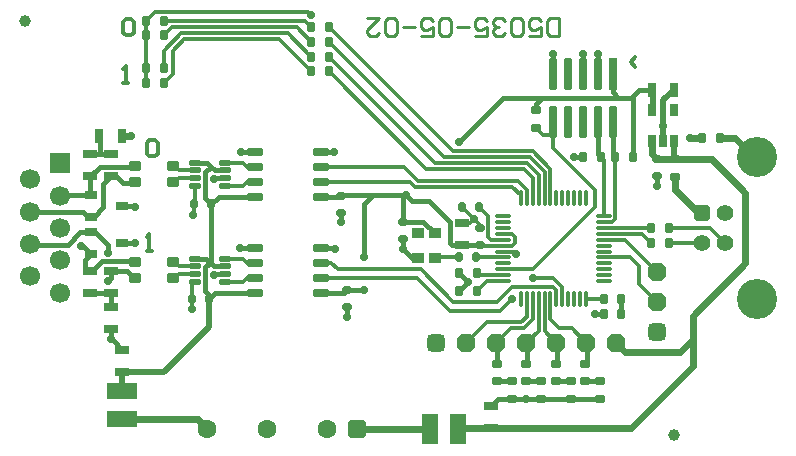
<source format=gtl>
G04*
G04 #@! TF.GenerationSoftware,Altium Limited,Altium Designer,23.2.1 (34)*
G04*
G04 Layer_Physical_Order=1*
G04 Layer_Color=255*
%FSLAX25Y25*%
%MOIN*%
G70*
G04*
G04 #@! TF.SameCoordinates,F4FF07CF-D98B-406E-856D-297B6A820A95*
G04*
G04*
G04 #@! TF.FilePolarity,Positive*
G04*
G01*
G75*
G04:AMPARAMS|DCode=10|XSize=49.21mil|YSize=27.56mil|CornerRadius=2.76mil|HoleSize=0mil|Usage=FLASHONLY|Rotation=0.000|XOffset=0mil|YOffset=0mil|HoleType=Round|Shape=RoundedRectangle|*
%AMROUNDEDRECTD10*
21,1,0.04921,0.02205,0,0,0.0*
21,1,0.04370,0.02756,0,0,0.0*
1,1,0.00551,0.02185,-0.01102*
1,1,0.00551,-0.02185,-0.01102*
1,1,0.00551,-0.02185,0.01102*
1,1,0.00551,0.02185,0.01102*
%
%ADD10ROUNDEDRECTD10*%
%ADD11R,0.02756X0.10630*%
G04:AMPARAMS|DCode=12|XSize=27.56mil|YSize=106.3mil|CornerRadius=4.13mil|HoleSize=0mil|Usage=FLASHONLY|Rotation=180.000|XOffset=0mil|YOffset=0mil|HoleType=Round|Shape=RoundedRectangle|*
%AMROUNDEDRECTD12*
21,1,0.02756,0.09803,0,0,180.0*
21,1,0.01929,0.10630,0,0,180.0*
1,1,0.00827,-0.00965,0.04902*
1,1,0.00827,0.00965,0.04902*
1,1,0.00827,0.00965,-0.04902*
1,1,0.00827,-0.00965,-0.04902*
%
%ADD12ROUNDEDRECTD12*%
G04:AMPARAMS|DCode=13|XSize=33.47mil|YSize=23.62mil|CornerRadius=2.36mil|HoleSize=0mil|Usage=FLASHONLY|Rotation=90.000|XOffset=0mil|YOffset=0mil|HoleType=Round|Shape=RoundedRectangle|*
%AMROUNDEDRECTD13*
21,1,0.03347,0.01890,0,0,90.0*
21,1,0.02874,0.02362,0,0,90.0*
1,1,0.00472,0.00945,0.01437*
1,1,0.00472,0.00945,-0.01437*
1,1,0.00472,-0.00945,-0.01437*
1,1,0.00472,-0.00945,0.01437*
%
%ADD13ROUNDEDRECTD13*%
G04:AMPARAMS|DCode=14|XSize=33.47mil|YSize=23.62mil|CornerRadius=2.36mil|HoleSize=0mil|Usage=FLASHONLY|Rotation=180.000|XOffset=0mil|YOffset=0mil|HoleType=Round|Shape=RoundedRectangle|*
%AMROUNDEDRECTD14*
21,1,0.03347,0.01890,0,0,180.0*
21,1,0.02874,0.02362,0,0,180.0*
1,1,0.00472,-0.01437,0.00945*
1,1,0.00472,0.01437,0.00945*
1,1,0.00472,0.01437,-0.00945*
1,1,0.00472,-0.01437,-0.00945*
%
%ADD14ROUNDEDRECTD14*%
G04:AMPARAMS|DCode=15|XSize=39.37mil|YSize=35.43mil|CornerRadius=3.54mil|HoleSize=0mil|Usage=FLASHONLY|Rotation=0.000|XOffset=0mil|YOffset=0mil|HoleType=Round|Shape=RoundedRectangle|*
%AMROUNDEDRECTD15*
21,1,0.03937,0.02835,0,0,0.0*
21,1,0.03228,0.03543,0,0,0.0*
1,1,0.00709,0.01614,-0.01417*
1,1,0.00709,-0.01614,-0.01417*
1,1,0.00709,-0.01614,0.01417*
1,1,0.00709,0.01614,0.01417*
%
%ADD15ROUNDEDRECTD15*%
G04:AMPARAMS|DCode=16|XSize=11.81mil|YSize=51.18mil|CornerRadius=1.77mil|HoleSize=0mil|Usage=FLASHONLY|Rotation=0.000|XOffset=0mil|YOffset=0mil|HoleType=Round|Shape=RoundedRectangle|*
%AMROUNDEDRECTD16*
21,1,0.01181,0.04764,0,0,0.0*
21,1,0.00827,0.05118,0,0,0.0*
1,1,0.00354,0.00413,-0.02382*
1,1,0.00354,-0.00413,-0.02382*
1,1,0.00354,-0.00413,0.02382*
1,1,0.00354,0.00413,0.02382*
%
%ADD16ROUNDEDRECTD16*%
G04:AMPARAMS|DCode=17|XSize=11.81mil|YSize=51.18mil|CornerRadius=1.77mil|HoleSize=0mil|Usage=FLASHONLY|Rotation=90.000|XOffset=0mil|YOffset=0mil|HoleType=Round|Shape=RoundedRectangle|*
%AMROUNDEDRECTD17*
21,1,0.01181,0.04764,0,0,90.0*
21,1,0.00827,0.05118,0,0,90.0*
1,1,0.00354,0.02382,0.00413*
1,1,0.00354,0.02382,-0.00413*
1,1,0.00354,-0.02382,-0.00413*
1,1,0.00354,-0.02382,0.00413*
%
%ADD17ROUNDEDRECTD17*%
G04:AMPARAMS|DCode=18|XSize=31.5mil|YSize=25.59mil|CornerRadius=6.4mil|HoleSize=0mil|Usage=FLASHONLY|Rotation=270.000|XOffset=0mil|YOffset=0mil|HoleType=Round|Shape=RoundedRectangle|*
%AMROUNDEDRECTD18*
21,1,0.03150,0.01280,0,0,270.0*
21,1,0.01870,0.02559,0,0,270.0*
1,1,0.01280,-0.00640,-0.00935*
1,1,0.01280,-0.00640,0.00935*
1,1,0.01280,0.00640,0.00935*
1,1,0.01280,0.00640,-0.00935*
%
%ADD18ROUNDEDRECTD18*%
G04:AMPARAMS|DCode=19|XSize=31.5mil|YSize=25.59mil|CornerRadius=6.4mil|HoleSize=0mil|Usage=FLASHONLY|Rotation=180.000|XOffset=0mil|YOffset=0mil|HoleType=Round|Shape=RoundedRectangle|*
%AMROUNDEDRECTD19*
21,1,0.03150,0.01280,0,0,180.0*
21,1,0.01870,0.02559,0,0,180.0*
1,1,0.01280,-0.00935,0.00640*
1,1,0.01280,0.00935,0.00640*
1,1,0.01280,0.00935,-0.00640*
1,1,0.01280,-0.00935,-0.00640*
%
%ADD19ROUNDEDRECTD19*%
G04:AMPARAMS|DCode=20|XSize=49.21mil|YSize=27.56mil|CornerRadius=2.76mil|HoleSize=0mil|Usage=FLASHONLY|Rotation=270.000|XOffset=0mil|YOffset=0mil|HoleType=Round|Shape=RoundedRectangle|*
%AMROUNDEDRECTD20*
21,1,0.04921,0.02205,0,0,270.0*
21,1,0.04370,0.02756,0,0,270.0*
1,1,0.00551,-0.01102,-0.02185*
1,1,0.00551,-0.01102,0.02185*
1,1,0.00551,0.01102,0.02185*
1,1,0.00551,0.01102,-0.02185*
%
%ADD20ROUNDEDRECTD20*%
G04:AMPARAMS|DCode=21|XSize=23.62mil|YSize=43.31mil|CornerRadius=2.36mil|HoleSize=0mil|Usage=FLASHONLY|Rotation=180.000|XOffset=0mil|YOffset=0mil|HoleType=Round|Shape=RoundedRectangle|*
%AMROUNDEDRECTD21*
21,1,0.02362,0.03858,0,0,180.0*
21,1,0.01890,0.04331,0,0,180.0*
1,1,0.00472,-0.00945,0.01929*
1,1,0.00472,0.00945,0.01929*
1,1,0.00472,0.00945,-0.01929*
1,1,0.00472,-0.00945,-0.01929*
%
%ADD21ROUNDEDRECTD21*%
G04:AMPARAMS|DCode=22|XSize=55.12mil|YSize=102.36mil|CornerRadius=8.27mil|HoleSize=0mil|Usage=FLASHONLY|Rotation=180.000|XOffset=0mil|YOffset=0mil|HoleType=Round|Shape=RoundedRectangle|*
%AMROUNDEDRECTD22*
21,1,0.05512,0.08583,0,0,180.0*
21,1,0.03858,0.10236,0,0,180.0*
1,1,0.01654,-0.01929,0.04291*
1,1,0.01654,0.01929,0.04291*
1,1,0.01654,0.01929,-0.04291*
1,1,0.01654,-0.01929,-0.04291*
%
%ADD22ROUNDEDRECTD22*%
%ADD23C,0.03937*%
%ADD24R,0.00787X0.00787*%
G04:AMPARAMS|DCode=25|XSize=43.31mil|YSize=31.5mil|CornerRadius=4.72mil|HoleSize=0mil|Usage=FLASHONLY|Rotation=0.000|XOffset=0mil|YOffset=0mil|HoleType=Round|Shape=RoundedRectangle|*
%AMROUNDEDRECTD25*
21,1,0.04331,0.02205,0,0,0.0*
21,1,0.03386,0.03150,0,0,0.0*
1,1,0.00945,0.01693,-0.01102*
1,1,0.00945,-0.01693,-0.01102*
1,1,0.00945,-0.01693,0.01102*
1,1,0.00945,0.01693,0.01102*
%
%ADD25ROUNDEDRECTD25*%
G04:AMPARAMS|DCode=26|XSize=17.32mil|YSize=39.37mil|CornerRadius=2.6mil|HoleSize=0mil|Usage=FLASHONLY|Rotation=270.000|XOffset=0mil|YOffset=0mil|HoleType=Round|Shape=RoundedRectangle|*
%AMROUNDEDRECTD26*
21,1,0.01732,0.03417,0,0,270.0*
21,1,0.01213,0.03937,0,0,270.0*
1,1,0.00520,-0.01709,-0.00606*
1,1,0.00520,-0.01709,0.00606*
1,1,0.00520,0.01709,0.00606*
1,1,0.00520,0.01709,-0.00606*
%
%ADD26ROUNDEDRECTD26*%
G04:AMPARAMS|DCode=27|XSize=23.62mil|YSize=51.18mil|CornerRadius=2.36mil|HoleSize=0mil|Usage=FLASHONLY|Rotation=270.000|XOffset=0mil|YOffset=0mil|HoleType=Round|Shape=RoundedRectangle|*
%AMROUNDEDRECTD27*
21,1,0.02362,0.04646,0,0,270.0*
21,1,0.01890,0.05118,0,0,270.0*
1,1,0.00472,-0.02323,-0.00945*
1,1,0.00472,-0.02323,0.00945*
1,1,0.00472,0.02323,0.00945*
1,1,0.00472,0.02323,-0.00945*
%
%ADD27ROUNDEDRECTD27*%
G04:AMPARAMS|DCode=28|XSize=23.62mil|YSize=43.31mil|CornerRadius=2.36mil|HoleSize=0mil|Usage=FLASHONLY|Rotation=90.000|XOffset=0mil|YOffset=0mil|HoleType=Round|Shape=RoundedRectangle|*
%AMROUNDEDRECTD28*
21,1,0.02362,0.03858,0,0,90.0*
21,1,0.01890,0.04331,0,0,90.0*
1,1,0.00472,0.01929,0.00945*
1,1,0.00472,0.01929,-0.00945*
1,1,0.00472,-0.01929,-0.00945*
1,1,0.00472,-0.01929,0.00945*
%
%ADD28ROUNDEDRECTD28*%
G04:AMPARAMS|DCode=29|XSize=55.12mil|YSize=102.36mil|CornerRadius=8.27mil|HoleSize=0mil|Usage=FLASHONLY|Rotation=90.000|XOffset=0mil|YOffset=0mil|HoleType=Round|Shape=RoundedRectangle|*
%AMROUNDEDRECTD29*
21,1,0.05512,0.08583,0,0,90.0*
21,1,0.03858,0.10236,0,0,90.0*
1,1,0.01654,0.04291,0.01929*
1,1,0.01654,0.04291,-0.01929*
1,1,0.01654,-0.04291,-0.01929*
1,1,0.01654,-0.04291,0.01929*
%
%ADD29ROUNDEDRECTD29*%
%ADD30C,0.01181*%
%ADD66C,0.01575*%
%ADD67C,0.02362*%
%ADD68C,0.01968*%
%ADD69C,0.01200*%
%ADD70C,0.01000*%
%ADD71C,0.06693*%
%ADD72R,0.06693X0.06693*%
G04:AMPARAMS|DCode=73|XSize=59.06mil|YSize=59.06mil|CornerRadius=0mil|HoleSize=0mil|Usage=FLASHONLY|Rotation=0.000|XOffset=0mil|YOffset=0mil|HoleType=Round|Shape=Octagon|*
%AMOCTAGOND73*
4,1,8,0.02953,-0.01476,0.02953,0.01476,0.01476,0.02953,-0.01476,0.02953,-0.02953,0.01476,-0.02953,-0.01476,-0.01476,-0.02953,0.01476,-0.02953,0.02953,-0.01476,0.0*
%
%ADD73OCTAGOND73*%

G04:AMPARAMS|DCode=74|XSize=59.06mil|YSize=59.06mil|CornerRadius=14.76mil|HoleSize=0mil|Usage=FLASHONLY|Rotation=0.000|XOffset=0mil|YOffset=0mil|HoleType=Round|Shape=RoundedRectangle|*
%AMROUNDEDRECTD74*
21,1,0.05906,0.02953,0,0,0.0*
21,1,0.02953,0.05906,0,0,0.0*
1,1,0.02953,0.01476,-0.01476*
1,1,0.02953,-0.01476,-0.01476*
1,1,0.02953,-0.01476,0.01476*
1,1,0.02953,0.01476,0.01476*
%
%ADD74ROUNDEDRECTD74*%
G04:AMPARAMS|DCode=75|XSize=59.06mil|YSize=59.06mil|CornerRadius=0mil|HoleSize=0mil|Usage=FLASHONLY|Rotation=90.000|XOffset=0mil|YOffset=0mil|HoleType=Round|Shape=Octagon|*
%AMOCTAGOND75*
4,1,8,0.01476,0.02953,-0.01476,0.02953,-0.02953,0.01476,-0.02953,-0.01476,-0.01476,-0.02953,0.01476,-0.02953,0.02953,-0.01476,0.02953,0.01476,0.01476,0.02953,0.0*
%
%ADD75OCTAGOND75*%

G04:AMPARAMS|DCode=76|XSize=59.06mil|YSize=59.06mil|CornerRadius=14.76mil|HoleSize=0mil|Usage=FLASHONLY|Rotation=90.000|XOffset=0mil|YOffset=0mil|HoleType=Round|Shape=RoundedRectangle|*
%AMROUNDEDRECTD76*
21,1,0.05906,0.02953,0,0,90.0*
21,1,0.02953,0.05906,0,0,90.0*
1,1,0.02953,0.01476,0.01476*
1,1,0.02953,0.01476,-0.01476*
1,1,0.02953,-0.01476,-0.01476*
1,1,0.02953,-0.01476,0.01476*
%
%ADD76ROUNDEDRECTD76*%
%ADD77C,0.13386*%
%ADD78C,0.05512*%
G04:AMPARAMS|DCode=79|XSize=55.12mil|YSize=55.12mil|CornerRadius=13.78mil|HoleSize=0mil|Usage=FLASHONLY|Rotation=90.000|XOffset=0mil|YOffset=0mil|HoleType=Round|Shape=RoundedRectangle|*
%AMROUNDEDRECTD79*
21,1,0.05512,0.02756,0,0,90.0*
21,1,0.02756,0.05512,0,0,90.0*
1,1,0.02756,0.01378,0.01378*
1,1,0.02756,0.01378,-0.01378*
1,1,0.02756,-0.01378,-0.01378*
1,1,0.02756,-0.01378,0.01378*
%
%ADD79ROUNDEDRECTD79*%
%ADD80C,0.06299*%
G04:AMPARAMS|DCode=81|XSize=62.99mil|YSize=62.99mil|CornerRadius=15.75mil|HoleSize=0mil|Usage=FLASHONLY|Rotation=0.000|XOffset=0mil|YOffset=0mil|HoleType=Round|Shape=RoundedRectangle|*
%AMROUNDEDRECTD81*
21,1,0.06299,0.03150,0,0,0.0*
21,1,0.03150,0.06299,0,0,0.0*
1,1,0.03150,0.01575,-0.01575*
1,1,0.03150,-0.01575,-0.01575*
1,1,0.03150,-0.01575,0.01575*
1,1,0.03150,0.01575,0.01575*
%
%ADD81ROUNDEDRECTD81*%
%ADD82C,0.02756*%
D10*
X171260Y17520D02*
D03*
Y10039D02*
D03*
X161417Y78543D02*
D03*
Y71063D02*
D03*
X48228Y28740D02*
D03*
Y36220D02*
D03*
X44419Y50413D02*
D03*
Y42933D02*
D03*
Y93933D02*
D03*
Y101413D02*
D03*
X37419D02*
D03*
Y93933D02*
D03*
X44419Y62413D02*
D03*
Y54933D02*
D03*
X37419D02*
D03*
Y62413D02*
D03*
D11*
X211732Y127953D02*
D03*
D12*
Y112205D02*
D03*
X206732Y127953D02*
D03*
Y112205D02*
D03*
X201732Y127953D02*
D03*
X196732D02*
D03*
X191732D02*
D03*
X201732Y112205D02*
D03*
X196732D02*
D03*
X191732D02*
D03*
D13*
X207677Y100394D02*
D03*
X201772D02*
D03*
X218504D02*
D03*
X212598D02*
D03*
X241559Y106811D02*
D03*
X247465D02*
D03*
X230315Y71850D02*
D03*
X224409D02*
D03*
X230315Y76772D02*
D03*
X224409D02*
D03*
X111221Y143701D02*
D03*
X117126D02*
D03*
Y138779D02*
D03*
X111221D02*
D03*
Y133858D02*
D03*
X117126D02*
D03*
Y128937D02*
D03*
X111221D02*
D03*
X208661Y48228D02*
D03*
X214567D02*
D03*
X160433Y55709D02*
D03*
X166339D02*
D03*
Y61614D02*
D03*
X160433D02*
D03*
X62008Y125197D02*
D03*
X56102D02*
D03*
X62008Y129921D02*
D03*
X56102D02*
D03*
X62008Y140945D02*
D03*
X56102D02*
D03*
X62008Y145669D02*
D03*
X56102D02*
D03*
X208661Y53150D02*
D03*
X214567D02*
D03*
D14*
X186024Y116142D02*
D03*
Y110236D02*
D03*
X187835Y19685D02*
D03*
Y25591D02*
D03*
X192756Y31496D02*
D03*
Y25591D02*
D03*
X197677Y25591D02*
D03*
Y19685D02*
D03*
X202598Y31496D02*
D03*
Y25591D02*
D03*
X207520Y19685D02*
D03*
Y25591D02*
D03*
X182913Y31496D02*
D03*
Y25591D02*
D03*
X173071Y31496D02*
D03*
Y25591D02*
D03*
X177992Y25591D02*
D03*
Y19685D02*
D03*
X232512Y93858D02*
D03*
Y99764D02*
D03*
D15*
X152362Y75000D02*
D03*
X146850D02*
D03*
Y66732D02*
D03*
X152362D02*
D03*
D16*
X181102Y86614D02*
D03*
X183071D02*
D03*
X185039D02*
D03*
X187008D02*
D03*
X188976D02*
D03*
X190945D02*
D03*
X192913D02*
D03*
X194882D02*
D03*
X196850D02*
D03*
X198819D02*
D03*
X200787D02*
D03*
X202756D02*
D03*
Y53150D02*
D03*
X200787D02*
D03*
X198819D02*
D03*
X196850D02*
D03*
X194882D02*
D03*
X192913D02*
D03*
X190945D02*
D03*
X188976D02*
D03*
X187008D02*
D03*
X185039D02*
D03*
X183071D02*
D03*
X181102D02*
D03*
D17*
X208661Y80709D02*
D03*
Y78740D02*
D03*
Y76772D02*
D03*
Y74803D02*
D03*
Y72835D02*
D03*
Y70866D02*
D03*
Y68898D02*
D03*
Y66929D02*
D03*
Y64961D02*
D03*
Y62992D02*
D03*
Y61024D02*
D03*
Y59055D02*
D03*
X175197D02*
D03*
Y61024D02*
D03*
Y62992D02*
D03*
Y64961D02*
D03*
Y66929D02*
D03*
Y68898D02*
D03*
Y70866D02*
D03*
Y72835D02*
D03*
Y74803D02*
D03*
Y76772D02*
D03*
Y78740D02*
D03*
Y80709D02*
D03*
D18*
X160531Y66929D02*
D03*
X166240D02*
D03*
X167224Y83661D02*
D03*
X161516D02*
D03*
X72065Y84673D02*
D03*
X77774D02*
D03*
X71565Y53173D02*
D03*
X77274D02*
D03*
D19*
X226512Y99665D02*
D03*
Y93957D02*
D03*
X141732Y72933D02*
D03*
Y78642D02*
D03*
X167323Y70965D02*
D03*
Y76673D02*
D03*
X121063Y87500D02*
D03*
Y81791D02*
D03*
X123031Y56004D02*
D03*
Y50295D02*
D03*
D20*
X224772Y122811D02*
D03*
X232252D02*
D03*
X48031Y107283D02*
D03*
X40551D02*
D03*
D21*
X224772Y115929D02*
D03*
X232252D02*
D03*
Y105693D02*
D03*
X228512D02*
D03*
X224772D02*
D03*
D22*
X150787Y9843D02*
D03*
X160236D02*
D03*
D23*
X232283Y7874D02*
D03*
X15748Y145669D02*
D03*
D24*
X232283Y7874D02*
D03*
X15748Y145669D02*
D03*
D25*
X52620Y65429D02*
D03*
X65219D02*
D03*
Y59917D02*
D03*
X52620D02*
D03*
Y97429D02*
D03*
X65219D02*
D03*
Y91917D02*
D03*
X52620D02*
D03*
D26*
X82537Y90835D02*
D03*
Y93394D02*
D03*
Y95953D02*
D03*
X72301D02*
D03*
Y93394D02*
D03*
Y90835D02*
D03*
X82537Y98512D02*
D03*
X72301D02*
D03*
Y66512D02*
D03*
X82537D02*
D03*
X72301Y58835D02*
D03*
Y61394D02*
D03*
Y63953D02*
D03*
X82537D02*
D03*
Y61394D02*
D03*
Y58835D02*
D03*
D27*
X114396Y87173D02*
D03*
Y92173D02*
D03*
Y97173D02*
D03*
Y102173D02*
D03*
X92348Y87173D02*
D03*
Y92173D02*
D03*
Y97173D02*
D03*
Y102173D02*
D03*
X114396Y55173D02*
D03*
Y60173D02*
D03*
Y65173D02*
D03*
Y70173D02*
D03*
X92348Y55173D02*
D03*
Y60173D02*
D03*
Y65173D02*
D03*
Y70173D02*
D03*
D28*
X37801Y87913D02*
D03*
Y80433D02*
D03*
X48037Y84173D02*
D03*
X37801Y75413D02*
D03*
Y67933D02*
D03*
X48037Y71673D02*
D03*
D29*
X48228Y12992D02*
D03*
Y22441D02*
D03*
D30*
X220472Y58071D02*
X226378Y52165D01*
X217520Y66929D02*
X220472Y63976D01*
Y58071D02*
Y63976D01*
X208661Y66929D02*
X217520D01*
X188435Y107825D02*
X191732D01*
X186024Y110236D02*
X188435Y107825D01*
X117126Y128937D02*
X149606Y96457D01*
X182087D01*
X152559Y98425D02*
X183071D01*
X120079Y130905D02*
X152559Y98425D01*
X155512Y100394D02*
X184055D01*
X122047Y133858D02*
X155512Y100394D01*
X158465Y102362D02*
X185039D01*
X124016Y136811D02*
X158465Y102362D01*
X191732Y103544D02*
X205709Y89567D01*
X212598Y100394D02*
X212598Y100394D01*
Y79724D02*
Y100394D01*
X207677Y100394D02*
X208661Y99410D01*
X191732Y103544D02*
Y107825D01*
X205709Y83661D02*
Y89567D01*
X185039Y62992D02*
X205709Y83661D01*
X145669Y90551D02*
X178150D01*
X181102Y87598D01*
X144047Y92173D02*
X145669Y90551D01*
X180118Y92520D02*
X183071Y89567D01*
X146653Y92520D02*
X180118D01*
X142000Y97173D02*
X146653Y92520D01*
X182087Y96457D02*
X185039Y93504D01*
Y86614D02*
Y93504D01*
X183071Y98425D02*
X187008Y94488D01*
Y86614D02*
Y94488D01*
X188976Y86614D02*
Y95473D01*
X184055Y100394D02*
X188976Y95473D01*
X185039Y102362D02*
X190945Y96457D01*
Y86614D02*
Y96457D01*
X175197Y62992D02*
X185039D01*
X152362Y66732D02*
X152559Y66929D01*
X160531D01*
X164173Y78543D02*
X165354Y79724D01*
X161417Y78543D02*
X164173D01*
X165354Y79724D02*
Y79823D01*
X161516Y83661D02*
X165354Y79823D01*
Y79724D02*
X167323Y77756D01*
Y76673D02*
Y77756D01*
X167224Y83661D02*
X170276Y80610D01*
X178789Y68898D02*
X179602Y68085D01*
X175197Y68898D02*
X178789D01*
X175197Y70866D02*
X178150D01*
X179134Y71850D02*
Y73819D01*
X167421Y70866D02*
X175197D01*
X178150D02*
X179134Y71850D01*
X178150Y74803D02*
X179134Y73819D01*
X175197Y74803D02*
X178150D01*
X170276Y73819D02*
Y80610D01*
Y73819D02*
X171260Y72835D01*
X175197D01*
X114396Y97173D02*
X142000D01*
X114396Y92173D02*
X144047D01*
X181102Y86614D02*
Y87598D01*
X117126Y143701D02*
X124016Y136811D01*
X117126Y133858D02*
X120079Y130905D01*
X183071Y86614D02*
Y89567D01*
X117126Y138779D02*
X122047Y133858D01*
X167323Y70965D02*
X167421Y70866D01*
X166240Y66929D02*
X166240Y66929D01*
X175197D01*
X215709Y72835D02*
X226378Y62165D01*
X208661Y72835D02*
X215709D01*
X221457Y74803D02*
X224409Y71850D01*
X208661Y74803D02*
X221457D01*
X224409Y76772D02*
X224409Y76772D01*
X208661Y76772D02*
X224409D01*
X208661Y80709D02*
Y99410D01*
X211614Y78740D02*
X212598Y79724D01*
X208661Y78740D02*
X211614D01*
X162913Y38386D02*
X169803Y45276D01*
X181102D01*
X183071Y47244D01*
Y53150D01*
X172913Y38386D02*
X177835Y43307D01*
X182087D01*
X185039Y46260D01*
Y53150D01*
X197992Y43307D02*
X202913Y38386D01*
X193898Y43307D02*
X197992D01*
X190945Y46260D02*
X193898Y43307D01*
X190945Y46260D02*
Y53150D01*
X182913Y38386D02*
X187008Y42480D01*
Y53150D01*
X188976Y42323D02*
X192913Y38386D01*
X188976Y42323D02*
Y53150D01*
X202756D02*
X208661D01*
X185039Y60039D02*
X191929D01*
X194882Y57087D01*
Y53150D02*
Y57087D01*
X174213Y49213D02*
X178150Y53150D01*
X146520Y60173D02*
X157480Y49213D01*
X174213D01*
X114396Y60173D02*
X146520D01*
X147638Y62992D02*
X158455Y52175D01*
X120079Y62992D02*
X147638D01*
X117898Y65173D02*
X120079Y62992D01*
X114396Y65173D02*
X117898D01*
X173238Y52175D02*
X178150Y57087D01*
X158455Y52175D02*
X173238D01*
X178150Y57087D02*
X191929D01*
X192913Y56102D01*
Y53150D02*
Y56102D01*
X166339Y55709D02*
X169685Y59055D01*
X175197D01*
X166339Y61614D02*
X166929Y61024D01*
X175197D01*
X100394Y139764D02*
X111221Y128937D01*
X64961Y135827D02*
X68898Y139764D01*
X100394D01*
X103347Y141732D02*
X111221Y133858D01*
X62008Y135827D02*
X67913Y141732D01*
X103347D01*
X106299Y143701D02*
X111221Y138779D01*
X62008Y140945D02*
X64764Y143701D01*
X106299D01*
X64961Y128150D02*
Y135827D01*
X62008Y125197D02*
X64961Y128150D01*
X62008Y129921D02*
Y135827D01*
X56102Y125197D02*
Y129921D01*
Y140945D01*
Y145669D01*
X59055Y148622D01*
X110236D01*
X111221Y147638D01*
X109252Y145669D02*
X111221Y143701D01*
X62008Y145669D02*
X109252D01*
X82537Y90835D02*
X88534D01*
X89872Y92173D02*
X92348D01*
X88534Y90835D02*
X89872Y92173D01*
Y60173D02*
X92348D01*
X88534Y58835D02*
X89872Y60173D01*
X82537Y58835D02*
X88534D01*
X82537Y66512D02*
X88534D01*
X89872Y65173D02*
X92348D01*
X88534Y66512D02*
X89872Y65173D01*
X71419Y49673D02*
Y53028D01*
X71565Y53173D02*
Y58098D01*
X72301Y58835D01*
X71419Y53028D02*
X71565Y53173D01*
X71919Y81173D02*
X72065Y81319D01*
Y84673D01*
X72301Y84909D01*
Y90835D01*
X65719Y91917D02*
X67195Y93394D01*
X72301D01*
X65719Y97429D02*
X67195Y95953D01*
X72301D01*
X65719Y59917D02*
X67195Y61394D01*
X72301D01*
X65719Y65429D02*
X67195Y63953D01*
X72301D01*
X89872Y97173D02*
X92348D01*
X88534Y98512D02*
X89872Y97173D01*
X82537Y98512D02*
X88534D01*
X219291Y133661D02*
X217717Y132087D01*
X219291Y130513D01*
X56299Y69095D02*
X58136D01*
X57218D01*
Y74604D01*
X56299Y73686D01*
Y105182D02*
X57218Y106101D01*
X59054D01*
X59973Y105182D01*
Y101509D01*
X59054Y100591D01*
X57218D01*
X56299Y101509D01*
Y105182D01*
X48425Y145537D02*
X49343Y146455D01*
X51180D01*
X52099Y145537D01*
Y141863D01*
X51180Y140945D01*
X49343D01*
X48425Y141863D01*
Y145537D01*
Y125197D02*
X50262D01*
X49343D01*
Y130707D01*
X48425Y129788D01*
D66*
X40919Y101413D02*
X44419D01*
X37419D02*
X40919D01*
X40551Y107283D02*
X40919Y106915D01*
Y101413D02*
Y106915D01*
X187992Y120079D02*
X213583D01*
X175197D02*
X187992D01*
X186024Y118110D02*
X187992Y120079D01*
X186024Y116142D02*
Y118110D01*
X141732Y78740D02*
X148622D01*
X121063Y87598D02*
X121161D01*
X141503Y78740D02*
X141732D01*
X160433Y105315D02*
X175197Y120079D01*
X217779D02*
X218504Y120803D01*
X213583Y120079D02*
X217779D01*
X198819Y100394D02*
X201772D01*
X206732Y101339D02*
X207677Y100394D01*
X211732Y101260D02*
X212598Y100394D01*
X218504D02*
Y120803D01*
X220512Y122811D01*
X211732Y101260D02*
Y112205D01*
X191732Y127953D02*
Y134645D01*
X201732Y127953D02*
Y134802D01*
X191732Y134645D02*
X191929Y134843D01*
X201732Y134802D02*
X201772Y134843D01*
X206732Y101339D02*
Y112205D01*
X206693Y134843D02*
X206732Y134804D01*
Y127953D02*
Y134804D01*
X211732Y121930D02*
Y127953D01*
Y121930D02*
X213583Y120079D01*
X141732Y69882D02*
Y72933D01*
Y69882D02*
X144882Y66732D01*
X146850D01*
X157480Y71850D02*
Y78740D01*
X150591Y85630D02*
X157480Y78740D01*
X144685Y85630D02*
X150591D01*
X142717Y87598D02*
X144685Y85630D01*
X141732Y78740D02*
Y86614D01*
Y78642D02*
Y78740D01*
X148622D02*
X152362Y75000D01*
X141732Y86614D02*
X142717Y87598D01*
X157480Y71850D02*
X158268Y71063D01*
X161417D01*
X161516Y70965D01*
X167323D01*
X171260Y17520D02*
X173425Y19685D01*
X177992D01*
X205709Y48228D02*
X208661D01*
X214567D02*
Y53150D01*
X128839Y56004D02*
X128937Y56102D01*
X123031Y56004D02*
X128839D01*
X123031Y47244D02*
Y50295D01*
X122201Y55173D02*
X123031Y56004D01*
X114396Y55173D02*
X122201D01*
X202598Y31496D02*
X202763D01*
X202913Y38386D02*
X203071Y38228D01*
X182913Y31496D02*
X183071Y31654D01*
X182913Y38386D02*
X183071Y38228D01*
X192756Y31496D02*
X192920D01*
X182920Y19678D02*
X187828D01*
X173078Y25584D02*
X177985D01*
X182920D02*
X187828D01*
X197684Y19678D02*
X207513D01*
X183071Y31654D02*
Y38228D01*
X202763Y31496D02*
X203071Y31804D01*
X192913Y38386D02*
X193071Y38228D01*
X172913Y38386D02*
X173071Y38228D01*
X177999Y19678D02*
X182906D01*
X192920Y31496D02*
X193071Y31647D01*
X192763Y25584D02*
X197670D01*
X202605D02*
X207513D01*
X203071Y31804D02*
Y38228D01*
X193071Y31647D02*
Y38228D01*
X187842Y19678D02*
X197670D01*
X173071Y31647D02*
Y38228D01*
X160433Y55709D02*
X163386Y58661D01*
X163386D02*
X163386D01*
X160433Y61614D02*
X163386Y58661D01*
X75919Y86673D02*
X77919Y84673D01*
X121161Y87598D02*
X131890D01*
X142717D01*
X128937Y84646D02*
X131890Y87598D01*
X128937Y66929D02*
Y84646D01*
X120736Y87173D02*
X121063Y87500D01*
X114396Y87173D02*
X120736D01*
X121063Y87500D02*
X121161Y87598D01*
X121063Y78740D02*
Y80807D01*
X118803Y70173D02*
X119095Y69882D01*
X114396Y70173D02*
X118803D01*
X44776Y39673D02*
X48228Y36220D01*
X44419Y39673D02*
X44776D01*
X17500Y82028D02*
X35065D01*
X220512Y122811D02*
X224772D01*
X224969D01*
X226512Y90811D02*
Y93957D01*
X114396Y102173D02*
X118872D01*
X77274Y53173D02*
Y54319D01*
X75919Y55673D02*
Y63791D01*
Y55673D02*
X77274Y54319D01*
Y53173D02*
X79274Y55173D01*
X77360Y65232D02*
X77774Y65646D01*
Y84673D01*
X75919Y86673D02*
Y95291D01*
X77919Y84673D02*
X80419Y87173D01*
X44419Y93933D02*
X46159D01*
X48419Y91673D02*
X52376D01*
X46159Y93933D02*
X48419Y91673D01*
X41919Y83673D02*
Y91433D01*
X44419Y93933D01*
X37801Y80433D02*
X38679D01*
X41919Y83673D01*
X35065Y82028D02*
X36660Y80433D01*
X37801D01*
X35061Y70673D02*
X37801Y67933D01*
X34419Y70673D02*
X35061D01*
X37419Y62413D02*
X38159D01*
X41419Y65673D02*
X52175D01*
X38159Y62413D02*
X41419Y65673D01*
X35919Y66051D02*
X37801Y67933D01*
X35919Y63913D02*
Y66051D01*
Y63913D02*
X37419Y62413D01*
X43419Y68439D02*
Y71173D01*
X39179Y75413D02*
X43419Y71173D01*
X37801Y75413D02*
X39179D01*
X34159D02*
X37801D01*
X29986Y71240D02*
X34159Y75413D01*
X17919Y71240D02*
X29986D01*
X52419Y65429D02*
X52620D01*
X52175Y65673D02*
X52419Y65429D01*
X44419Y62413D02*
X49679D01*
X52175Y59917D02*
X52620D01*
X49679Y62413D02*
X52175Y59917D01*
X52376Y91673D02*
X52620Y91917D01*
X37419Y93933D02*
X40659Y97173D01*
X52364D02*
X52620Y97429D01*
X40659Y97173D02*
X52364D01*
X37419Y88295D02*
X37801Y87913D01*
X37419Y88295D02*
Y93933D01*
X28411Y87913D02*
X37801D01*
X27919Y87421D02*
X28411Y87913D01*
X44419Y39673D02*
Y42933D01*
Y50413D02*
Y54933D01*
X87372Y70173D02*
X92348D01*
X79274Y55173D02*
X92348D01*
X77360Y65232D02*
X78640Y63953D01*
X76081Y66512D02*
X77360Y65232D01*
X75919Y63791D02*
X77360Y65232D01*
X78919Y61173D02*
X79140Y61394D01*
X82537D01*
X72301Y66512D02*
X76081D01*
X78640Y63953D02*
X82537D01*
X80419Y87173D02*
X92348D01*
X77860Y97232D02*
X79140Y95953D01*
X76581Y98512D02*
X77860Y97232D01*
X75919Y95291D02*
X77860Y97232D01*
X72301Y98512D02*
X76581D01*
X79140Y95953D02*
X82537D01*
X78919Y93173D02*
X79140Y93394D01*
X82537D01*
X87872Y102173D02*
X92348D01*
X43419Y59173D02*
X44419Y60173D01*
Y62413D01*
X51919Y84173D02*
X52419Y83673D01*
X48037Y84173D02*
X51919D01*
X48037Y71673D02*
X52419D01*
X37419Y54933D02*
X44419D01*
D67*
X48031Y107283D02*
X51181D01*
X255906Y64961D02*
Y88583D01*
X232512Y99764D02*
X244724D01*
X255906Y88583D01*
X238512Y39370D02*
Y47567D01*
X255906Y64961D01*
X238512Y30835D02*
Y39370D01*
X238189D02*
X238512D01*
X234252Y35433D02*
X238189Y39370D01*
X215866Y35433D02*
X234252D01*
X212913Y38386D02*
X215866Y35433D01*
X171260Y10039D02*
X217717D01*
X238512Y30835D01*
X150787Y9843D02*
X150787Y9843D01*
X126457Y9843D02*
X150787D01*
X160236Y9843D02*
X160433Y10039D01*
X171260D01*
X73307Y12992D02*
X76457Y9843D01*
X48228Y12992D02*
X73307D01*
X237512Y106811D02*
X240772D01*
X232512Y89535D02*
Y93858D01*
Y89535D02*
X240354Y81693D01*
X226610Y99764D02*
X232512D01*
X224772Y101406D02*
Y105693D01*
X226512Y99665D02*
X226610Y99764D01*
X224772Y101406D02*
X226512Y99665D01*
X248252Y106811D02*
X252441D01*
X258858Y100394D01*
D68*
X224969Y116126D02*
Y122811D01*
X77274Y43809D02*
Y53173D01*
X48228Y28740D02*
X62205D01*
X77274Y43809D01*
X48228Y22441D02*
Y28740D01*
X228512Y119268D02*
X232055Y122811D01*
X228512Y110811D02*
Y119268D01*
Y105693D02*
Y110811D01*
X224772Y115929D02*
X224969Y116126D01*
X232252Y100024D02*
X232512Y99764D01*
X232252Y100024D02*
Y105693D01*
D69*
X230315Y71850D02*
X241339D01*
X244291Y76772D02*
X249213Y71850D01*
X230315Y76772D02*
X244291D01*
D70*
X193898Y140656D02*
Y146653D01*
X190899D01*
X189899Y145654D01*
Y141655D01*
X190899Y140656D01*
X193898D01*
X183901D02*
X187900D01*
Y143655D01*
X185900Y142655D01*
X184900D01*
X183901Y143655D01*
Y145654D01*
X184900Y146653D01*
X186900D01*
X187900Y145654D01*
X181902Y141655D02*
X180902Y140656D01*
X178902D01*
X177903Y141655D01*
Y145654D01*
X178902Y146653D01*
X180902D01*
X181902Y145654D01*
Y141655D01*
X175903D02*
X174904Y140656D01*
X172904D01*
X171905Y141655D01*
Y142655D01*
X172904Y143655D01*
X173904D01*
X172904D01*
X171905Y144654D01*
Y145654D01*
X172904Y146653D01*
X174904D01*
X175903Y145654D01*
X165907Y140656D02*
X169905D01*
Y143655D01*
X167906Y142655D01*
X166906D01*
X165907Y143655D01*
Y145654D01*
X166906Y146653D01*
X168906D01*
X169905Y145654D01*
X163907Y143655D02*
X159909D01*
X157909Y141655D02*
X156910Y140656D01*
X154910D01*
X153911Y141655D01*
Y145654D01*
X154910Y146653D01*
X156910D01*
X157909Y145654D01*
Y141655D01*
X147913Y140656D02*
X151911D01*
Y143655D01*
X149912Y142655D01*
X148912D01*
X147913Y143655D01*
Y145654D01*
X148912Y146653D01*
X150911D01*
X151911Y145654D01*
X145913Y143655D02*
X141914D01*
X139915Y141655D02*
X138915Y140656D01*
X136916D01*
X135916Y141655D01*
Y145654D01*
X136916Y146653D01*
X138915D01*
X139915Y145654D01*
Y141655D01*
X129918Y146653D02*
X133917D01*
X129918Y142655D01*
Y141655D01*
X130918Y140656D01*
X132917D01*
X133917Y141655D01*
D71*
X17500Y71378D02*
D03*
Y82165D02*
D03*
X27500Y76772D02*
D03*
Y87559D02*
D03*
Y65984D02*
D03*
Y55197D02*
D03*
X17500Y92953D02*
D03*
Y60590D02*
D03*
D72*
X27500Y98347D02*
D03*
D73*
X202913Y38386D02*
D03*
X162913D02*
D03*
X172913D02*
D03*
X182913D02*
D03*
X192913D02*
D03*
X212913D02*
D03*
D74*
X152913D02*
D03*
D75*
X226378Y62165D02*
D03*
Y52165D02*
D03*
D76*
Y42165D02*
D03*
D77*
X259842Y53150D02*
D03*
Y100394D02*
D03*
D78*
X249213Y71850D02*
D03*
Y81693D02*
D03*
X241339Y71850D02*
D03*
D79*
Y81693D02*
D03*
D80*
X96457Y9843D02*
D03*
X76457D02*
D03*
X116457D02*
D03*
D81*
X126457Y9843D02*
D03*
D82*
X160433Y105315D02*
D03*
X201772Y134843D02*
D03*
X191929D02*
D03*
X206693D02*
D03*
X198819Y100394D02*
D03*
X179602Y68085D02*
D03*
X185039Y60039D02*
D03*
X178150Y53150D02*
D03*
X128937Y56102D02*
D03*
Y66929D02*
D03*
X182913Y19685D02*
D03*
X141732Y69882D02*
D03*
X163386Y58661D02*
D03*
X205709Y48228D02*
D03*
X121063Y78740D02*
D03*
X119095Y69882D02*
D03*
X142717Y87598D02*
D03*
X226512Y90811D02*
D03*
X237512Y106811D02*
D03*
X228512Y110811D02*
D03*
X165354Y79724D02*
D03*
X123031Y47244D02*
D03*
X71419Y49673D02*
D03*
X111221Y147638D02*
D03*
X118872Y102173D02*
D03*
X34419Y70673D02*
D03*
X43419Y68439D02*
D03*
X87372Y70173D02*
D03*
X78919Y61173D02*
D03*
Y93173D02*
D03*
X71919Y81173D02*
D03*
X87872Y102173D02*
D03*
X43419Y59173D02*
D03*
X44419Y39673D02*
D03*
X52419Y71673D02*
D03*
Y83673D02*
D03*
X51181Y107283D02*
D03*
M02*

</source>
